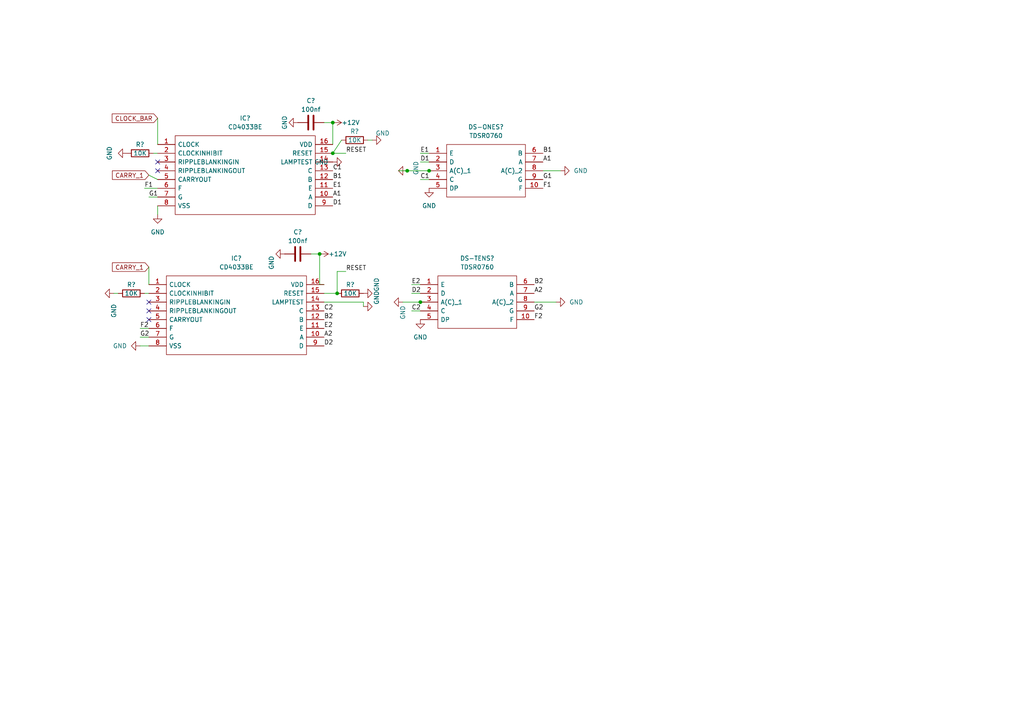
<source format=kicad_sch>
(kicad_sch (version 20211123) (generator eeschema)
  (paper "A4")
  (lib_symbols
    (symbol "Device:C" (pin_numbers hide) (pin_names (offset 0.254))
      (property "Reference" "C" (at 0.635 2.54 0))
      (property "Value" "C" (at 0.635 -2.54 0))
      (symbol "C_0_1"
        (polyline (pts (xy -2.032 -0.762) (xy 2.032 -0.762)) (stroke (width 0.508)))
        (polyline (pts (xy -2.032 0.762) (xy 2.032 0.762)) (stroke (width 0.508)))
      )
      (symbol "C_1_1"
        (pin passive line (at 0 3.81 270) (length 2.794) (name "~") (number "1"))
        (pin passive line (at 0 -3.81 90) (length 2.794) (name "~") (number "2"))
      )
    )
    (symbol "Device:R" (pin_numbers hide) (pin_names (offset 0))
      (property "Reference" "R" (at 2.032 0 90))
      (property "Value" "R" (at 0 0 90))
      (symbol "R_0_1"
        (rectangle (start -1.016 -2.54) (end 1.016 2.54) (stroke (width 0.254)))
      )
      (symbol "R_1_1"
        (pin passive line (at 0 3.81 270) (length 1.27) (name "~") (number "1"))
        (pin passive line (at 0 -3.81 90) (length 1.27) (name "~") (number "2"))
      )
    )
    (symbol "SamacSys_Parts:CD4033BE" (pin_names (offset 0.762))
      (property "Reference" "IC" (at 46.99 7.62 0))
      (property "Value" "CD4033BE" (at 46.99 5.08 0))
      (symbol "CD4033BE_0_0"
        (pin input line (at 0 0 0) (length 5.08) (name "CLOCK") (number "1"))
        (pin passive line (at 50.8 -15.24 180) (length 5.08) (name "A") (number "10"))
        (pin passive line (at 50.8 -12.7 180) (length 5.08) (name "E") (number "11"))
        (pin passive line (at 50.8 -10.16 180) (length 5.08) (name "B") (number "12"))
        (pin passive line (at 50.8 -7.62 180) (length 5.08) (name "C") (number "13"))
        (pin passive line (at 50.8 -5.08 180) (length 5.08) (name "LAMPTEST") (number "14"))
        (pin passive line (at 50.8 -2.54 180) (length 5.08) (name "RESET") (number "15"))
        (pin output line (at 50.8 0 180) (length 5.08) (name "VDD") (number "16"))
        (pin input line (at 0 -2.54 0) (length 5.08) (name "CLOCKINHIBIT") (number "2"))
        (pin input line (at 0 -5.08 0) (length 5.08) (name "RIPPLEBLANKINGIN") (number "3"))
        (pin output line (at 0 -7.62 0) (length 5.08) (name "RIPPLEBLANKINGOUT") (number "4"))
        (pin output line (at 0 -10.16 0) (length 5.08) (name "CARRYOUT") (number "5"))
        (pin passive line (at 0 -12.7 0) (length 5.08) (name "F") (number "6"))
        (pin passive line (at 0 -15.24 0) (length 5.08) (name "G") (number "7"))
        (pin power_in line (at 0 -17.78 0) (length 5.08) (name "VSS") (number "8"))
        (pin passive line (at 50.8 -17.78 180) (length 5.08) (name "D") (number "9"))
      )
      (symbol "CD4033BE_0_1"
        (polyline (pts (xy 5.08 2.54) (xy 45.72 2.54) (xy 45.72 -20.32) (xy 5.08 -20.32) (xy 5.08 2.54)) (stroke (width 0.1524)))
      )
    )
    (symbol "SamacSys_Parts:TDSR0760" (pin_names (offset 0.762))
      (property "Reference" "DS" (at 29.21 7.62 0))
      (property "Value" "TDSR0760" (at 29.21 5.08 0))
      (symbol "TDSR0760_0_0"
        (pin passive line (at 0 0 0) (length 5.08) (name "E") (number "1"))
        (pin passive line (at 33.02 -10.16 180) (length 5.08) (name "F") (number "10"))
        (pin passive line (at 0 -2.54 0) (length 5.08) (name "D") (number "2"))
        (pin passive line (at 0 -5.08 0) (length 5.08) (name "A(C)_1") (number "3"))
        (pin passive line (at 0 -7.62 0) (length 5.08) (name "C") (number "4"))
        (pin passive line (at 0 -10.16 0) (length 5.08) (name "DP") (number "5"))
        (pin passive line (at 33.02 0 180) (length 5.08) (name "B") (number "6"))
        (pin passive line (at 33.02 -2.54 180) (length 5.08) (name "A") (number "7"))
        (pin passive line (at 33.02 -5.08 180) (length 5.08) (name "A(C)_2") (number "8"))
        (pin passive line (at 33.02 -7.62 180) (length 5.08) (name "G") (number "9"))
      )
      (symbol "TDSR0760_0_1"
        (polyline (pts (xy 5.08 2.54) (xy 27.94 2.54) (xy 27.94 -12.7) (xy 5.08 -12.7) (xy 5.08 2.54)) (stroke (width 0.1524)))
      )
    )
    (symbol "power:+12V" (power) (pin_names (offset 0))
      (property "Value" "+12V" (at 0 3.556 0))
      (symbol "+12V_0_1"
        (polyline (pts (xy -0.762 1.27) (xy 0 2.54)))
        (polyline (pts (xy 0 0) (xy 0 2.54)))
        (polyline (pts (xy 0 2.54) (xy 0.762 1.27)))
      )
      (symbol "+12V_1_1"
        (pin power_in line (at 0 0 90) (length 0) hide (name "+12V") (number "1"))
      )
    )
    (symbol "power:GND" (power) (pin_names (offset 0))
      (property "Value" "GND" (at 0 -3.81 0))
      (symbol "GND_0_1"
        (polyline (pts (xy 0 0) (xy 0 -1.27) (xy 1.27 -1.27) (xy 0 -2.54) (xy -1.27 -1.27) (xy 0 -1.27)))
      )
      (symbol "GND_1_1"
        (pin power_in line (at 0 0 270) (length 0) hide (name "GND") (number "1"))
      )
    )
  )
  (junction (at 92.71 73.66))
  (junction (at 96.52 35.56))
  (junction (at 121.92 87.63))
  (junction (at 96.52 44.45))
  (junction (at 124.46 49.53))
  (junction (at 118.11 49.53))
  (junction (at 97.79 85.09))
  (no_connect (at 43.18 90.17))
  (no_connect (at 45.72 49.53))
  (no_connect (at 43.18 87.63))
  (no_connect (at 45.72 46.99))
  (no_connect (at 43.18 92.71))
  (wire (pts (xy 97.79 85.09) (xy 93.98 85.09)))
  (wire (pts (xy 45.72 57.15) (xy 43.18 57.15)))
  (wire (pts (xy 121.92 46.99) (xy 124.46 46.99)))
  (wire (pts (xy 161.29 87.63) (xy 154.94 87.63)))
  (wire (pts (xy 45.72 54.61) (xy 41.91 54.61)))
  (wire (pts (xy 44.45 44.45) (xy 45.72 44.45)))
  (wire (pts (xy 45.72 59.69) (xy 45.72 62.23)))
  (wire (pts (xy 92.71 73.66) (xy 92.71 82.55)))
  (wire (pts (xy 40.64 97.79) (xy 43.18 97.79)))
  (wire (pts (xy 119.38 82.55) (xy 121.92 82.55)))
  (wire (pts (xy 43.18 100.33) (xy 40.64 100.33)))
  (wire (pts (xy 41.91 85.09) (xy 43.18 85.09)))
  (wire (pts (xy 100.33 44.45) (xy 96.52 44.45)))
  (wire (pts (xy 162.56 49.53) (xy 157.48 49.53)))
  (wire (pts (xy 43.18 77.47) (xy 43.18 82.55)))
  (wire (pts (xy 116.84 87.63) (xy 121.92 87.63)))
  (wire (pts (xy 119.38 85.09) (xy 121.92 85.09)))
  (wire (pts (xy 40.64 95.25) (xy 43.18 95.25)))
  (wire (pts (xy 99.06 40.64) (xy 96.52 44.45)))
  (wire (pts (xy 121.92 44.45) (xy 124.46 44.45)))
  (wire (pts (xy 97.79 78.74) (xy 100.33 78.74)))
  (wire (pts (xy 121.92 87.63) (xy 123.19 87.63)))
  (wire (pts (xy 115.57 49.53) (xy 118.11 49.53)))
  (wire (pts (xy 105.41 87.63) (xy 105.41 88.9)))
  (wire (pts (xy 121.92 52.07) (xy 124.46 52.07)))
  (wire (pts (xy 119.38 90.17) (xy 121.92 90.17)))
  (wire (pts (xy 124.46 49.53) (xy 125.73 49.53)))
  (wire (pts (xy 33.02 85.09) (xy 34.29 85.09)))
  (wire (pts (xy 92.71 82.55) (xy 93.98 82.55)))
  (wire (pts (xy 97.79 78.74) (xy 97.79 85.09)))
  (wire (pts (xy 93.98 87.63) (xy 105.41 87.63)))
  (wire (pts (xy 93.98 35.56) (xy 96.52 35.56)))
  (wire (pts (xy 45.72 34.29) (xy 45.72 41.91)))
  (wire (pts (xy 43.18 50.8) (xy 45.72 52.07)))
  (wire (pts (xy 96.52 35.56) (xy 96.52 41.91)))
  (wire (pts (xy 106.68 40.64) (xy 107.95 40.64)))
  (wire (pts (xy 118.11 49.53) (xy 124.46 49.53)))
  (wire (pts (xy 90.17 73.66) (xy 92.71 73.66)))
  (label "D2" (at 93.98 100.33 0))
  (label "B1" (at 96.52 52.07 0))
  (label "C2" (at 93.98 90.17 0))
  (label "E1" (at 121.92 44.45 0))
  (label "D1" (at 96.52 59.69 0))
  (label "A2" (at 154.94 85.09 0))
  (label "G2" (at 40.64 97.79 0))
  (label "RESET" (at 100.33 78.74 0))
  (label "E2" (at 93.98 95.25 0))
  (label "F1" (at 41.91 54.61 0))
  (label "C2" (at 119.38 90.17 0))
  (label "A1" (at 157.48 46.99 0))
  (label "G2" (at 154.94 90.17 0))
  (label "D1" (at 121.92 46.99 0))
  (label "B2" (at 93.98 92.71 0))
  (label "C1" (at 121.92 52.07 0))
  (label "C1" (at 96.52 49.53 0))
  (label "G1" (at 43.18 57.15 0))
  (label "RESET" (at 100.33 44.45 0))
  (label "F2" (at 154.94 92.71 0))
  (label "E2" (at 119.38 82.55 0))
  (label "F2" (at 40.64 95.25 0))
  (label "A2" (at 93.98 97.79 0))
  (label "A1" (at 96.52 57.15 0))
  (label "D2" (at 119.38 85.09 0))
  (label "B2" (at 154.94 82.55 0))
  (label "B1" (at 157.48 44.45 0))
  (label "E1" (at 96.52 54.61 0))
  (label "F1" (at 157.48 54.61 0))
  (label "G1" (at 157.48 52.07 0))
  (global_label "CLOCK_BAR" (shape input) (at 45.72 34.29 180) (property "Intersheet References" "${INTERSHEET_REFS}" (effects hide)))
  (global_label "CARRY_1" (shape input) (at 43.18 77.47 180) (property "Intersheet References" "${INTERSHEET_REFS}" (effects hide)))
  (global_label "CARRY_1" (shape input) (at 43.18 50.8 180) (property "Intersheet References" "${INTERSHEET_REFS}" (effects hide)))
  (symbol (lib_id "power:GND") (at 107.95 40.64 90) (unit 1)
    (property "Reference" "#PWR?" (effects hide))
    (property "Value" "GND" (at 113.03 39.37 90) (effects (justify left top)))
  )
  (symbol (lib_id "power:GND") (at 124.46 54.61 0) (unit 1)
    (property "Reference" "#PWR?" (effects hide))
    (property "Value" "GND" (at 124.46 59.69 0))
  )
  (symbol (lib_id "power:+12V") (at 92.71 73.66 270) (unit 1)
    (property "Reference" "#PWR?" (effects hide))
    (property "Value" "+12V" (at 95.25 73.66 90) (effects (justify left)))
  )
  (symbol (lib_id "power:GND") (at 116.84 87.63 270) (unit 1)
    (property "Reference" "#PWR?" (effects hide))
    (property "Value" "GND" (at 116.84 92.71 0) (effects (justify right)))
  )
  (symbol (lib_id "power:GND") (at 162.56 49.53 90) (unit 1)
    (property "Reference" "#PWR?" (effects hide))
    (property "Value" "GND" (at 166.37 49.5299 90) (effects (justify right)))
  )
  (symbol (lib_id "Device:R") (at 38.1 85.09 270) (unit 1)
    (property "Reference" "R?" (at 38.1 82.55 90))
    (property "Value" "10K" (at 38.1 85.09 90))
    (property "Footprint" "Resistor_SMD:R_0402_1005Metric" (effects hide))
    (property "LCSC" "C25744" (effects hide))
    (property "Manufacturer_Part_Number" "C25744" (effects hide))
  )
  (symbol (lib_id "power:GND") (at 105.41 88.9 90) (unit 1)
    (property "Reference" "#PWR?" (effects hide))
    (property "Value" "GND" (at 109.22 86.36 0))
  )
  (symbol (lib_id "Device:C") (at 90.17 35.56 90) (unit 1)
    (property "Reference" "C?" (at 90.17 29.21 90))
    (property "Value" "100nf" (at 90.17 31.75 90))
    (property "Footprint" "Capacitor_SMD:C_0402_1005Metric" (effects hide))
    (property "LCSC" "C1525" (effects hide))
    (property "Manufacturer_Part_Number" "C1525" (effects hide))
  )
  (symbol (lib_id "Device:R") (at 102.87 40.64 270) (unit 1)
    (property "Reference" "R?" (at 102.87 38.1 90))
    (property "Value" "10K" (at 102.87 40.64 90))
    (property "Footprint" "Resistor_SMD:R_0402_1005Metric" (effects hide))
    (property "LCSC" "C25744" (effects hide))
    (property "Manufacturer_Part_Number" "C25744" (effects hide))
  )
  (symbol (lib_id "power:GND") (at 33.02 85.09 270) (unit 1)
    (property "Reference" "#PWR?" (effects hide))
    (property "Value" "GND" (at 33.02 90.17 0))
  )
  (symbol (lib_id "power:GND") (at 86.36 35.56 270) (unit 1)
    (property "Reference" "#PWR?" (effects hide))
    (property "Value" "GND" (at 82.55 35.56 0))
  )
  (symbol (lib_id "power:GND") (at 161.29 87.63 90) (unit 1)
    (property "Reference" "#PWR?" (effects hide))
    (property "Value" "GND" (at 165.1 87.63 90) (effects (justify right)))
  )
  (symbol (lib_id "power:GND") (at 105.41 85.09 90) (unit 1)
    (property "Reference" "#PWR?" (effects hide))
    (property "Value" "GND" (at 109.22 82.55 0))
  )
  (symbol (lib_id "power:+12V") (at 96.52 35.56 270) (unit 1)
    (property "Reference" "#PWR?" (effects hide))
    (property "Value" "+12V" (at 99.06 35.56 90) (effects (justify left)))
  )
  (symbol (lib_id "power:GND") (at 82.55 73.66 270) (unit 1)
    (property "Reference" "#PWR?" (effects hide))
    (property "Value" "GND" (at 78.74 76.2 0))
  )
  (symbol (lib_id "Device:R") (at 40.64 44.45 270) (unit 1)
    (property "Reference" "R?" (at 40.64 41.91 90))
    (property "Value" "10K" (at 40.64 44.45 90))
    (property "Footprint" "Resistor_SMD:R_0402_1005Metric" (effects hide))
    (property "LCSC" "C25744" (effects hide))
    (property "Manufacturer_Part_Number" "C25744" (effects hide))
  )
  (symbol (lib_id "power:GND") (at 36.83 44.45 270) (unit 1)
    (property "Reference" "#PWR?" (effects hide))
    (property "Value" "GND" (at 31.75 44.45 0))
  )
  (symbol (lib_id "Device:C") (at 86.36 73.66 90) (unit 1)
    (property "Reference" "C?" (at 86.36 67.31 90))
    (property "Value" "100nf" (at 86.36 69.85 90))
    (property "Footprint" "Capacitor_SMD:C_0402_1005Metric" (effects hide))
    (property "LCSC" "C1525" (effects hide))
    (property "Manufacturer_Part_Number" "C1525" (effects hide))
  )
  (symbol (lib_id "power:GND") (at 45.72 62.23 0) (unit 1)
    (property "Reference" "#PWR?" (effects hide))
    (property "Value" "GND" (at 45.72 67.31 0))
  )
  (symbol (lib_id "SamacSys_Parts:TDSR0760") (at 124.46 44.45 0) (unit 1)
    (property "Reference" "DS-ONES?" (at 140.97 36.83 0))
    (property "Value" "TDSR0760" (at 140.97 39.37 0))
    (property "Footprint" "TDSR*:TDSR0760" (effects hide))
    (property "Datasheet" "https://www.vishay.com/docs/81163/tdsr0750.pdf" (effects hide))
    (property "Description" "Display Segmented 1DIGIT 8LED Hi-Int Red" (effects hide))
    (property "Height" "7.2" (effects hide))
    (property "Mouser Part Number" "78-TDSR0760" (effects hide))
    (property "Mouser Price/Stock" "https://www.mouser.co.uk/ProductDetail/Vishay-Semiconductors/TDSR0760?qs=RzxYCzJDjPUsfuITQhx9uw%3D%3D" (effects hide))
    (property "Manufacturer_Name" "Vishay" (effects hide))
    (property "Manufacturer_Part_Number" "TDSR0760" (effects hide))
  )
  (symbol (lib_id "SamacSys_Parts:CD4033BE") (at 45.72 41.91 0) (unit 1)
    (property "Reference" "IC?" (at 71.12 34.29 0))
    (property "Value" "CD4033BE" (at 71.12 36.83 0))
    (property "Footprint" "DIP794W53P254L1930H508Q16N" (effects hide))
    (property "Datasheet" "http://www.ti.com/lit/ds/symlink/cd4033b.pdf" (effects hide))
    (property "Description" "CMOS Decade Counter/Divider with Decoded 7-Segment Display Outputs and Ripple Blanking" (effects hide))
    (property "Height" "5.08" (effects hide))
    (property "Mouser Part Number" "595-CD4033BE" (effects hide))
    (property "Mouser Price/Stock" "https://www.mouser.co.uk/ProductDetail/Texas-Instruments/CD4033BE?qs=3FVjRv9mUZ8rpHZqAc%252BFuA%3D%3D" (effects hide))
    (property "Manufacturer_Name" "Texas Instruments" (effects hide))
    (property "Manufacturer_Part_Number" "CD4033BE" (effects hide))
  )
  (symbol (lib_id "SamacSys_Parts:CD4033BE") (at 43.18 82.55 0) (unit 1)
    (property "Reference" "IC?" (at 68.58 74.93 0))
    (property "Value" "CD4033BE" (at 68.58 77.47 0))
    (property "Footprint" "DIP794W53P254L1930H508Q16N" (effects hide))
    (property "Datasheet" "http://www.ti.com/lit/ds/symlink/cd4033b.pdf" (effects hide))
    (property "Description" "CMOS Decade Counter/Divider with Decoded 7-Segment Display Outputs and Ripple Blanking" (effects hide))
    (property "Height" "5.08" (effects hide))
    (property "Mouser Part Number" "595-CD4033BE" (effects hide))
    (property "Mouser Price/Stock" "https://www.mouser.co.uk/ProductDetail/Texas-Instruments/CD4033BE?qs=3FVjRv9mUZ8rpHZqAc%252BFuA%3D%3D" (effects hide))
    (property "Manufacturer_Name" "Texas Instruments" (effects hide))
    (property "Manufacturer_Part_Number" "CD4033BE" (effects hide))
  )
  (symbol (lib_id "power:GND") (at 118.11 49.53 270) (unit 1)
    (property "Reference" "#PWR?" (effects hide))
    (property "Value" "GND" (at 120.65 50.8 0) (effects (justify right)))
  )
  (symbol (lib_id "power:GND") (at 96.52 46.99 90) (unit 1)
    (property "Reference" "#PWR?" (effects hide))
    (property "Value" "GND" (at 95.25 46.9901 90) (effects (justify left)))
  )
  (symbol (lib_id "SamacSys_Parts:TDSR0760") (at 121.92 82.55 0) (unit 1)
    (property "Reference" "DS-TENS?" (at 138.43 74.93 0))
    (property "Value" "TDSR0760" (at 138.43 77.47 0))
    (property "Footprint" "TDSR*:TDSR0760" (effects hide))
    (property "Datasheet" "https://www.vishay.com/docs/81163/tdsr0750.pdf" (effects hide))
    (property "Description" "Display Segmented 1DIGIT 8LED Hi-Int Red" (effects hide))
    (property "Height" "7.2" (effects hide))
    (property "Mouser Part Number" "78-TDSR0760" (effects hide))
    (property "Mouser Price/Stock" "https://www.mouser.co.uk/ProductDetail/Vishay-Semiconductors/TDSR0760?qs=RzxYCzJDjPUsfuITQhx9uw%3D%3D" (effects hide))
    (property "Manufacturer_Name" "Vishay" (effects hide))
    (property "Manufacturer_Part_Number" "TDSR0760" (effects hide))
  )
  (symbol (lib_id "Device:R") (at 101.6 85.09 270) (unit 1)
    (property "Reference" "R?" (at 101.6 82.55 90))
    (property "Value" "10K" (at 101.6 85.09 90))
    (property "Footprint" "Resistor_SMD:R_0402_1005Metric" (effects hide))
    (property "LCSC" "C25744" (effects hide))
    (property "Manufacturer_Part_Number" "C25744" (effects hide))
  )
  (symbol (lib_id "power:GND") (at 121.92 92.71 0) (unit 1)
    (property "Reference" "#PWR?" (effects hide))
    (property "Value" "GND" (at 121.92 97.79 0))
  )
  (symbol (lib_id "power:GND") (at 40.64 100.33 270) (unit 1)
    (property "Reference" "#PWR?" (effects hide))
    (property "Value" "GND" (at 36.83 100.3299 90) (effects (justify right)))
  )
)
</source>
